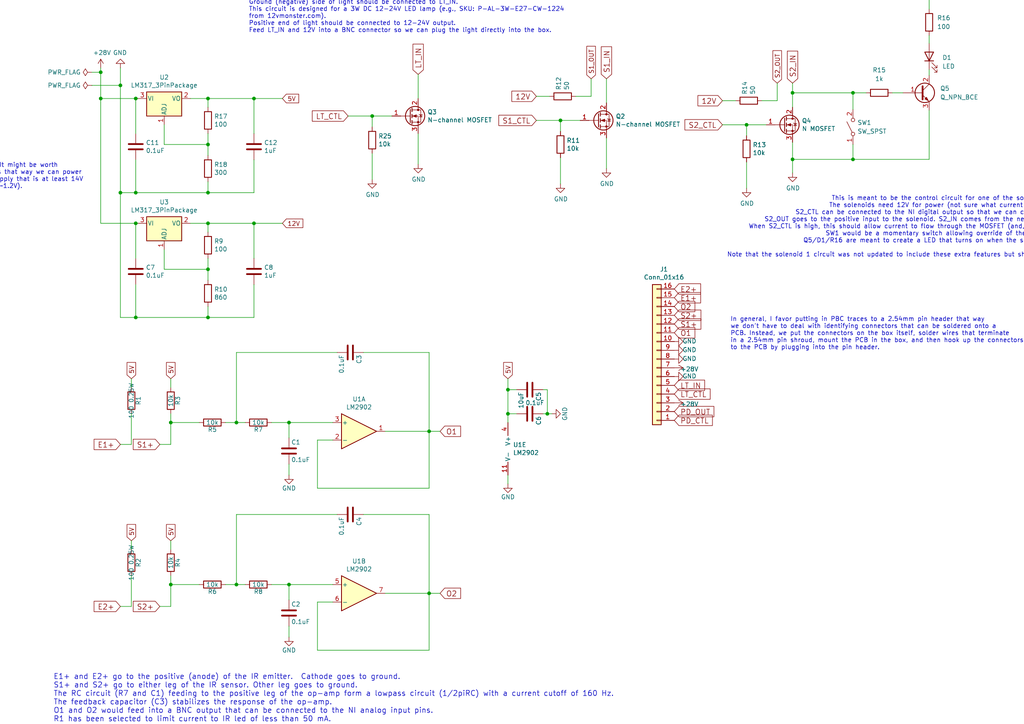
<source format=kicad_sch>
(kicad_sch (version 20231120) (generator "eeschema") (generator_version "8.0")
  (paper "A4")
  (lib_symbols
    (symbol "Amplifier_Operational:LM2902" (pin_names (offset 0.127))
      (property "Reference" "U" (at 0 5.08 0))
      (property "Value" "LM2902" (at 0 -5.08 0))
      (symbol "LM2902_1_1"
        (polyline (pts (xy -5.08 5.08) (xy 5.08 0) (xy -5.08 -5.08) (xy -5.08 5.08)) (stroke (width 0.254)) (fill (type background)))
        (pin output line (at 7.62 0 180) (length 2.54) (name "~") (number "1"))
        (pin input line (at -7.62 -2.54 0) (length 2.54) (name "-") (number "2"))
        (pin input line (at -7.62 2.54 0) (length 2.54) (name "+") (number "3"))
      )
      (symbol "LM2902_2_1"
        (polyline (pts (xy -5.08 5.08) (xy 5.08 0) (xy -5.08 -5.08) (xy -5.08 5.08)) (stroke (width 0.254)) (fill (type background)))
        (pin input line (at -7.62 2.54 0) (length 2.54) (name "+") (number "5"))
        (pin input line (at -7.62 -2.54 0) (length 2.54) (name "-") (number "6"))
        (pin output line (at 7.62 0 180) (length 2.54) (name "~") (number "7"))
      )
      (symbol "LM2902_3_1"
        (polyline (pts (xy -5.08 5.08) (xy 5.08 0) (xy -5.08 -5.08) (xy -5.08 5.08)) (stroke (width 0.254)) (fill (type background)))
        (pin input line (at -7.62 2.54 0) (length 2.54) (name "+") (number "10"))
        (pin output line (at 7.62 0 180) (length 2.54) (name "~") (number "8"))
        (pin input line (at -7.62 -2.54 0) (length 2.54) (name "-") (number "9"))
      )
      (symbol "LM2902_4_1"
        (polyline (pts (xy -5.08 5.08) (xy 5.08 0) (xy -5.08 -5.08) (xy -5.08 5.08)) (stroke (width 0.254)) (fill (type background)))
        (pin input line (at -7.62 2.54 0) (length 2.54) (name "+") (number "12"))
        (pin input line (at -7.62 -2.54 0) (length 2.54) (name "-") (number "13"))
        (pin output line (at 7.62 0 180) (length 2.54) (name "~") (number "14"))
      )
      (symbol "LM2902_5_1"
        (pin power_in line (at -2.54 -7.62 90) (length 3.81) (name "V-") (number "11"))
        (pin power_in line (at -2.54 7.62 270) (length 3.81) (name "V+") (number "4"))
      )
    )
    (symbol "Connector_Generic:Conn_01x01" (pin_names (offset 1.016) hide)
      (property "Reference" "J" (at 0 2.54 0))
      (property "Value" "Conn_01x01" (at 0 -2.54 0))
      (symbol "Conn_01x01_1_1"
        (rectangle (start -1.27 0.127) (end 0 -0.127) (stroke (width 0.1524)))
        (rectangle (start -1.27 1.27) (end 1.27 -1.27) (stroke (width 0.254)) (fill (type background)))
        (pin passive line (at -5.08 0 0) (length 3.81) (name "Pin_1") (number "1"))
      )
    )
    (symbol "Connector_Generic:Conn_01x16" (pin_names (offset 1.016) hide)
      (property "Reference" "J" (at 0 20.32 0))
      (property "Value" "Conn_01x16" (at 0 -22.86 0))
      (symbol "Conn_01x16_1_1"
        (rectangle (start -1.27 -20.193) (end 0 -20.447) (stroke (width 0.1524)))
        (rectangle (start -1.27 -17.653) (end 0 -17.907) (stroke (width 0.1524)))
        (rectangle (start -1.27 -15.113) (end 0 -15.367) (stroke (width 0.1524)))
        (rectangle (start -1.27 -12.573) (end 0 -12.827) (stroke (width 0.1524)))
        (rectangle (start -1.27 -10.033) (end 0 -10.287) (stroke (width 0.1524)))
        (rectangle (start -1.27 -7.493) (end 0 -7.747) (stroke (width 0.1524)))
        (rectangle (start -1.27 -4.953) (end 0 -5.207) (stroke (width 0.1524)))
        (rectangle (start -1.27 -2.413) (end 0 -2.667) (stroke (width 0.1524)))
        (rectangle (start -1.27 0.127) (end 0 -0.127) (stroke (width 0.1524)))
        (rectangle (start -1.27 2.667) (end 0 2.413) (stroke (width 0.1524)))
        (rectangle (start -1.27 5.207) (end 0 4.953) (stroke (width 0.1524)))
        (rectangle (start -1.27 7.747) (end 0 7.493) (stroke (width 0.1524)))
        (rectangle (start -1.27 10.287) (end 0 10.033) (stroke (width 0.1524)))
        (rectangle (start -1.27 12.827) (end 0 12.573) (stroke (width 0.1524)))
        (rectangle (start -1.27 15.367) (end 0 15.113) (stroke (width 0.1524)))
        (rectangle (start -1.27 17.907) (end 0 17.653) (stroke (width 0.1524)))
        (rectangle (start -1.27 19.05) (end 1.27 -21.59) (stroke (width 0.254)) (fill (type background)))
        (pin passive line (at -5.08 17.78 0) (length 3.81) (name "Pin_1") (number "1"))
        (pin passive line (at -5.08 -5.08 0) (length 3.81) (name "Pin_10") (number "10"))
        (pin passive line (at -5.08 -7.62 0) (length 3.81) (name "Pin_11") (number "11"))
        (pin passive line (at -5.08 -10.16 0) (length 3.81) (name "Pin_12") (number "12"))
        (pin passive line (at -5.08 -12.7 0) (length 3.81) (name "Pin_13") (number "13"))
        (pin passive line (at -5.08 -15.24 0) (length 3.81) (name "Pin_14") (number "14"))
        (pin passive line (at -5.08 -17.78 0) (length 3.81) (name "Pin_15") (number "15"))
        (pin passive line (at -5.08 -20.32 0) (length 3.81) (name "Pin_16") (number "16"))
        (pin passive line (at -5.08 15.24 0) (length 3.81) (name "Pin_2") (number "2"))
        (pin passive line (at -5.08 12.7 0) (length 3.81) (name "Pin_3") (number "3"))
        (pin passive line (at -5.08 10.16 0) (length 3.81) (name "Pin_4") (number "4"))
        (pin passive line (at -5.08 7.62 0) (length 3.81) (name "Pin_5") (number "5"))
        (pin passive line (at -5.08 5.08 0) (length 3.81) (name "Pin_6") (number "6"))
        (pin passive line (at -5.08 2.54 0) (length 3.81) (name "Pin_7") (number "7"))
        (pin passive line (at -5.08 0 0) (length 3.81) (name "Pin_8") (number "8"))
        (pin passive line (at -5.08 -2.54 0) (length 3.81) (name "Pin_9") (number "9"))
      )
    )
    (symbol "Device:C" (pin_numbers hide) (pin_names (offset 0.254))
      (property "Reference" "C" (at 0.635 2.54 0))
      (property "Value" "C" (at 0.635 -2.54 0))
      (symbol "C_0_1"
        (polyline (pts (xy -2.032 -0.762) (xy 2.032 -0.762)) (stroke (width 0.508)))
        (polyline (pts (xy -2.032 0.762) (xy 2.032 0.762)) (stroke (width 0.508)))
      )
      (symbol "C_1_1"
        (pin passive line (at 0 3.81 270) (length 2.794) (name "~") (number "1"))
        (pin passive line (at 0 -3.81 90) (length 2.794) (name "~") (number "2"))
      )
    )
    (symbol "Device:LED" (pin_numbers hide) (pin_names (offset 1.016) hide)
      (property "Reference" "D" (at 0 2.54 0))
      (property "Value" "LED" (at 0 -2.54 0))
      (symbol "LED_0_1"
        (polyline (pts (xy -1.27 -1.27) (xy -1.27 1.27)) (stroke (width 0.254)))
        (polyline (pts (xy -1.27 0) (xy 1.27 0)))
        (polyline (pts (xy 1.27 -1.27) (xy 1.27 1.27) (xy -1.27 0) (xy 1.27 -1.27)) (stroke (width 0.254)))
        (polyline (pts (xy -3.048 -0.762) (xy -4.572 -2.286) (xy -3.81 -2.286) (xy -4.572 -2.286) (xy -4.572 -1.524)))
        (polyline (pts (xy -1.778 -0.762) (xy -3.302 -2.286) (xy -2.54 -2.286) (xy -3.302 -2.286) (xy -3.302 -1.524)))
      )
      (symbol "LED_1_1"
        (pin passive line (at -3.81 0 0) (length 2.54) (name "K") (number "1"))
        (pin passive line (at 3.81 0 180) (length 2.54) (name "A") (number "2"))
      )
    )
    (symbol "Device:Q_NPN_BCE" (pin_names (offset 0) hide)
      (property "Reference" "Q" (at 5.08 1.27 0))
      (property "Value" "Q_NPN_BCE" (at 5.08 -1.27 0))
      (symbol "Q_NPN_BCE_0_1"
        (polyline (pts (xy 0.635 0.635) (xy 2.54 2.54)))
        (polyline (pts (xy 0.635 -0.635) (xy 2.54 -2.54) (xy 2.54 -2.54)))
        (polyline (pts (xy 0.635 1.905) (xy 0.635 -1.905) (xy 0.635 -1.905)) (stroke (width 0.508)))
        (polyline (pts (xy 1.27 -1.778) (xy 1.778 -1.27) (xy 2.286 -2.286) (xy 1.27 -1.778) (xy 1.27 -1.778)) (fill (type outline)))
        (circle (center 1.27 0) (radius 2.8194) (stroke (width 0.254)))
      )
      (symbol "Q_NPN_BCE_1_1"
        (pin input line (at -5.08 0 0) (length 5.715) (name "B") (number "1"))
        (pin passive line (at 2.54 5.08 270) (length 2.54) (name "C") (number "2"))
        (pin passive line (at 2.54 -5.08 90) (length 2.54) (name "E") (number "3"))
      )
    )
    (symbol "Device:R" (pin_numbers hide) (pin_names (offset 0))
      (property "Reference" "R" (at 2.032 0 90))
      (property "Value" "R" (at 0 0 90))
      (symbol "R_0_1"
        (rectangle (start -1.016 -2.54) (end 1.016 2.54) (stroke (width 0.254)))
      )
      (symbol "R_1_1"
        (pin passive line (at 0 3.81 270) (length 1.27) (name "~") (number "1"))
        (pin passive line (at 0 -3.81 90) (length 1.27) (name "~") (number "2"))
      )
    )
    (symbol "Regulator_Linear:LM317_3PinPackage" (pin_names (offset 0.254))
      (property "Reference" "U" (at -3.81 3.175 0))
      (property "Value" "Regulator_Linear_LM317_3PinPackage" (at 0 3.175 0))
      (symbol "LM317_3PinPackage_0_1"
        (rectangle (start -5.08 1.905) (end 5.08 -5.08) (stroke (width 0.254)) (fill (type background)))
      )
      (symbol "LM317_3PinPackage_1_1"
        (pin input line (at 0 -7.62 90) (length 2.54) (name "ADJ") (number "1"))
        (pin power_out line (at 7.62 0 180) (length 2.54) (name "VO") (number "2"))
        (pin power_in line (at -7.62 0 0) (length 2.54) (name "VI") (number "3"))
      )
    )
    (symbol "Switch:SW_SPST" (pin_names (offset 0) hide)
      (property "Reference" "SW" (at 0 3.175 0))
      (property "Value" "SW_SPST" (at 0 -2.54 0))
      (symbol "SW_SPST_0_0"
        (circle (center -2.032 0) (radius 0.508))
        (polyline (pts (xy -1.524 0.254) (xy 1.524 1.778)))
        (circle (center 2.032 0) (radius 0.508))
      )
      (symbol "SW_SPST_1_1"
        (pin passive line (at -5.08 0 0) (length 2.54) (name "A") (number "1"))
        (pin passive line (at 5.08 0 180) (length 2.54) (name "B") (number "2"))
      )
    )
    (symbol "Transistor_FET:BUZ11" (pin_names hide)
      (property "Reference" "Q" (at 6.35 1.905 0))
      (property "Value" "BUZ11" (at 6.35 0 0))
      (symbol "BUZ11_0_1"
        (polyline (pts (xy 0.254 0) (xy -2.54 0)))
        (polyline (pts (xy 0.254 1.905) (xy 0.254 -1.905)) (stroke (width 0.254)))
        (polyline (pts (xy 0.762 -1.27) (xy 0.762 -2.286)) (stroke (width 0.254)))
        (polyline (pts (xy 0.762 0.508) (xy 0.762 -0.508)) (stroke (width 0.254)))
        (polyline (pts (xy 0.762 2.286) (xy 0.762 1.27)) (stroke (width 0.254)))
        (polyline (pts (xy 2.54 2.54) (xy 2.54 1.778)))
        (polyline (pts (xy 2.54 -2.54) (xy 2.54 0) (xy 0.762 0)))
        (polyline (pts (xy 0.762 -1.778) (xy 3.302 -1.778) (xy 3.302 1.778) (xy 0.762 1.778)))
        (polyline (pts (xy 1.016 0) (xy 2.032 0.381) (xy 2.032 -0.381) (xy 1.016 0)) (fill (type outline)))
        (polyline (pts (xy 2.794 0.508) (xy 2.921 0.381) (xy 3.683 0.381) (xy 3.81 0.254)))
        (polyline (pts (xy 3.302 0.381) (xy 2.921 -0.254) (xy 3.683 -0.254) (xy 3.302 0.381)))
        (circle (center 1.651 0) (radius 2.794) (stroke (width 0.254)))
        (circle (center 2.54 -1.778) (radius 0.254) (fill (type outline)))
        (circle (center 2.54 1.778) (radius 0.254) (fill (type outline)))
      )
      (symbol "BUZ11_1_1"
        (pin input line (at -5.08 0 0) (length 2.54) (name "G") (number "1"))
        (pin passive line (at 2.54 5.08 270) (length 2.54) (name "D") (number "2"))
        (pin passive line (at 2.54 -5.08 90) (length 2.54) (name "S") (number "3"))
      )
    )
    (symbol "power:+28V" (power) (pin_names (offset 0))
      (property "Value" "+28V" (at 0 3.81 0))
      (symbol "+28V_0_1"
        (polyline (pts (xy -0.762 1.27) (xy 0 2.54)))
        (polyline (pts (xy 0 0) (xy 0 2.54)))
        (polyline (pts (xy 0 2.54) (xy 0.762 1.27)))
      )
      (symbol "+28V_1_1"
        (pin power_in line (at 0 0 90) (length 0) hide (name "+28V") (number "1"))
      )
    )
    (symbol "power:GND" (power) (pin_names (offset 0))
      (property "Value" "GND" (at 0 -3.81 0))
      (symbol "GND_0_1"
        (polyline (pts (xy 0 0) (xy 0 -1.27) (xy 1.27 -1.27) (xy 0 -2.54) (xy -1.27 -1.27) (xy 0 -1.27)))
      )
      (symbol "GND_1_1"
        (pin power_in line (at 0 0 270) (length 0) hide (name "GND") (number "1"))
      )
    )
    (symbol "power:PWR_FLAG" (power) (pin_numbers hide) (pin_names (offset 0) hide)
      (property "Value" "PWR_FLAG" (at 0 3.81 0))
      (symbol "PWR_FLAG_0_0"
        (pin power_out line (at 0 0 90) (length 0) (name "pwr") (number "1"))
      )
      (symbol "PWR_FLAG_0_1"
        (polyline (pts (xy 0 0) (xy 0 1.27) (xy -1.016 1.905) (xy 0 2.54) (xy 1.016 1.905) (xy 0 1.27)))
      )
    )
  )
  (junction (at 60.325 28.575))
  (junction (at 124.46 172.085))
  (junction (at 247.396 26.924))
  (junction (at 229.87 26.924))
  (junction (at 39.37 55.88))
  (junction (at 68.58 169.545))
  (junction (at 107.95 33.655))
  (junction (at 39.37 64.77))
  (junction (at 216.535 36.195))
  (junction (at 124.46 125.095))
  (junction (at 147.32 120.015))
  (junction (at 29.21 28.575))
  (junction (at 83.82 169.545))
  (junction (at 34.925 24.765))
  (junction (at 34.925 55.88))
  (junction (at 229.87 46.228))
  (junction (at 29.21 20.955))
  (junction (at 60.325 41.91))
  (junction (at 39.37 92.075))
  (junction (at 60.325 78.105))
  (junction (at 162.56 34.925))
  (junction (at 73.66 64.77))
  (junction (at 147.32 113.03))
  (junction (at 49.53 122.555))
  (junction (at 158.75 120.015))
  (junction (at 60.325 64.77))
  (junction (at 68.58 122.555))
  (junction (at 49.53 169.545))
  (junction (at 60.325 55.88))
  (junction (at 60.325 92.075))
  (junction (at 73.66 28.575))
  (junction (at 39.37 28.575))
  (junction (at 247.396 46.228))
  (junction (at 83.82 122.555))
  (no_connect (at 186.817 -46.736))
  (no_connect (at 186.817 -39.116))
  (no_connect (at 186.817 -50.546))
  (no_connect (at 186.817 -42.926))
  (wire (pts (xy 38.1 175.895) (xy 34.925 175.895)))
  (wire (pts (xy 60.325 88.9) (xy 60.325 92.075)))
  (wire (pts (xy 229.87 26.924) (xy 247.396 26.924)))
  (wire (pts (xy 121.285 38.735) (xy 121.285 47.625)))
  (wire (pts (xy 60.325 55.88) (xy 73.66 55.88)))
  (wire (pts (xy 229.87 46.228) (xy 247.396 46.228)))
  (wire (pts (xy 124.46 102.235) (xy 124.46 125.095)))
  (wire (pts (xy 34.925 19.685) (xy 34.925 24.765)))
  (wire (pts (xy 124.46 172.085) (xy 124.46 188.595)))
  (wire (pts (xy 111.76 125.095) (xy 124.46 125.095)))
  (wire (pts (xy 38.1 128.905) (xy 34.925 128.905)))
  (wire (pts (xy 60.325 38.735) (xy 60.325 41.91)))
  (wire (pts (xy 71.12 169.545) (xy 68.58 169.545)))
  (wire (pts (xy 39.37 92.075) (xy 34.925 92.075)))
  (wire (pts (xy 73.66 55.88) (xy 73.66 46.355)))
  (wire (pts (xy 78.74 169.545) (xy 83.82 169.545)))
  (wire (pts (xy 251.206 26.924) (xy 247.396 26.924)))
  (wire (pts (xy 216.535 46.99) (xy 216.535 54.61)))
  (wire (pts (xy 247.396 46.228) (xy 269.494 46.228)))
  (wire (pts (xy 65.405 122.555) (xy 68.58 122.555)))
  (wire (pts (xy 92.075 188.595) (xy 124.46 188.595)))
  (wire (pts (xy 40.005 64.77) (xy 39.37 64.77)))
  (wire (pts (xy 29.21 28.575) (xy 29.21 64.77)))
  (wire (pts (xy 113.665 33.655) (xy 107.95 33.655)))
  (wire (pts (xy 92.075 174.625) (xy 92.075 188.595)))
  (wire (pts (xy 47.625 41.91) (xy 60.325 41.91)))
  (wire (pts (xy 39.37 46.355) (xy 39.37 55.88)))
  (wire (pts (xy 60.325 92.075) (xy 39.37 92.075)))
  (wire (pts (xy 55.245 64.77) (xy 60.325 64.77)))
  (wire (pts (xy 147.32 137.795) (xy 147.32 140.335)))
  (wire (pts (xy 60.325 78.105) (xy 60.325 81.28)))
  (wire (pts (xy 121.285 28.575) (xy 121.285 21.59)))
  (wire (pts (xy 175.895 40.005) (xy 175.895 48.895)))
  (wire (pts (xy 269.494 -0.762) (xy 269.494 2.667)))
  (wire (pts (xy 258.826 26.924) (xy 261.874 26.924)))
  (wire (pts (xy 124.46 149.225) (xy 124.46 172.085)))
  (wire (pts (xy 83.82 122.555) (xy 96.52 122.555)))
  (wire (pts (xy 60.325 64.77) (xy 73.66 64.77)))
  (wire (pts (xy 40.005 28.575) (xy 39.37 28.575)))
  (wire (pts (xy 107.95 44.45) (xy 107.95 52.07)))
  (wire (pts (xy 175.895 29.845) (xy 175.895 22.86)))
  (wire (pts (xy 55.245 28.575) (xy 60.325 28.575)))
  (wire (pts (xy 73.66 74.93) (xy 73.66 64.77)))
  (wire (pts (xy 147.32 120.015) (xy 147.32 122.555)))
  (wire (pts (xy 49.53 175.895) (xy 46.355 175.895)))
  (wire (pts (xy 49.53 128.905) (xy 46.355 128.905)))
  (wire (pts (xy 60.325 28.575) (xy 60.325 31.115)))
  (wire (pts (xy 60.325 64.77) (xy 60.325 67.31)))
  (wire (pts (xy 57.785 169.545) (xy 49.53 169.545)))
  (wire (pts (xy 222.25 36.195) (xy 216.535 36.195)))
  (wire (pts (xy 124.46 125.095) (xy 124.46 141.605)))
  (wire (pts (xy 225.425 24.13) (xy 225.425 29.21)))
  (wire (pts (xy 157.48 113.03) (xy 158.75 113.03)))
  (wire (pts (xy 229.87 26.924) (xy 229.87 24.13)))
  (wire (pts (xy 38.1 175.895) (xy 38.1 167.005)))
  (wire (pts (xy 247.396 46.228) (xy 247.396 41.91)))
  (wire (pts (xy 39.37 64.77) (xy 29.21 64.77)))
  (wire (pts (xy 162.56 34.925) (xy 155.575 34.925)))
  (wire (pts (xy 158.75 120.015) (xy 160.02 120.015)))
  (wire (pts (xy 60.325 52.705) (xy 60.325 55.88)))
  (wire (pts (xy 38.1 159.385) (xy 38.1 156.845)))
  (wire (pts (xy 38.1 112.395) (xy 38.1 109.855)))
  (wire (pts (xy 171.45 22.86) (xy 171.45 27.94)))
  (wire (pts (xy 124.46 149.225) (xy 105.41 149.225)))
  (wire (pts (xy 73.66 92.075) (xy 73.66 82.55)))
  (wire (pts (xy 229.87 41.275) (xy 229.87 46.228)))
  (wire (pts (xy 209.55 29.21) (xy 213.36 29.21)))
  (wire (pts (xy 49.53 169.545) (xy 49.53 175.895)))
  (wire (pts (xy 39.37 38.735) (xy 39.37 28.575)))
  (wire (pts (xy 83.82 169.545) (xy 96.52 169.545)))
  (wire (pts (xy 29.21 20.955) (xy 29.21 28.575)))
  (wire (pts (xy 60.325 74.93) (xy 60.325 78.105)))
  (wire (pts (xy 229.87 46.228) (xy 229.87 50.165)))
  (wire (pts (xy 68.58 122.555) (xy 68.58 102.235)))
  (wire (pts (xy 47.625 78.105) (xy 60.325 78.105)))
  (wire (pts (xy 65.405 169.545) (xy 68.58 169.545)))
  (wire (pts (xy 60.325 92.075) (xy 73.66 92.075)))
  (wire (pts (xy 68.58 122.555) (xy 71.12 122.555)))
  (wire (pts (xy 60.325 41.91) (xy 60.325 45.085)))
  (wire (pts (xy 39.37 28.575) (xy 29.21 28.575)))
  (wire (pts (xy 49.53 120.015) (xy 49.53 122.555)))
  (wire (pts (xy 34.925 24.765) (xy 34.925 55.88)))
  (wire (pts (xy 26.67 20.955) (xy 29.21 20.955)))
  (wire (pts (xy 155.575 27.94) (xy 159.385 27.94)))
  (wire (pts (xy 92.075 141.605) (xy 124.46 141.605)))
  (wire (pts (xy 162.56 34.925) (xy 162.56 38.1)))
  (wire (pts (xy 124.46 172.085) (xy 127.635 172.085)))
  (wire (pts (xy 157.48 120.015) (xy 158.75 120.015)))
  (wire (pts (xy 38.1 128.905) (xy 38.1 120.015)))
  (wire (pts (xy 39.37 55.88) (xy 34.925 55.88)))
  (wire (pts (xy 60.325 55.88) (xy 39.37 55.88)))
  (wire (pts (xy 158.75 113.03) (xy 158.75 120.015)))
  (wire (pts (xy 216.535 36.195) (xy 209.55 36.195)))
  (wire (pts (xy 216.535 36.195) (xy 216.535 39.37)))
  (wire (pts (xy 124.46 125.095) (xy 127.635 125.095)))
  (wire (pts (xy 83.82 181.61) (xy 83.82 184.785)))
  (wire (pts (xy 124.46 102.235) (xy 105.41 102.235)))
  (wire (pts (xy 269.494 32.004) (xy 269.494 46.228)))
  (wire (pts (xy 39.37 82.55) (xy 39.37 92.075)))
  (wire (pts (xy 111.76 172.085) (xy 124.46 172.085)))
  (wire (pts (xy 168.275 34.925) (xy 162.56 34.925)))
  (wire (pts (xy 49.53 159.385) (xy 49.53 156.845)))
  (wire (pts (xy 26.67 24.765) (xy 34.925 24.765)))
  (wire (pts (xy 73.66 64.77) (xy 81.915 64.77)))
  (wire (pts (xy 73.66 28.575) (xy 81.915 28.575)))
  (wire (pts (xy 83.82 173.99) (xy 83.82 169.545)))
  (wire (pts (xy 96.52 174.625) (xy 92.075 174.625)))
  (wire (pts (xy 149.86 120.015) (xy 147.32 120.015)))
  (wire (pts (xy 247.396 26.924) (xy 247.396 26.797)))
  (wire (pts (xy 147.32 113.03) (xy 147.32 120.015)))
  (wire (pts (xy 269.494 10.287) (xy 269.494 12.573)))
  (wire (pts (xy 47.625 36.195) (xy 47.625 41.91)))
  (wire (pts (xy 73.66 38.735) (xy 73.66 28.575)))
  (wire (pts (xy 107.95 33.655) (xy 107.95 36.83)))
  (wire (pts (xy 96.52 127.635) (xy 92.075 127.635)))
  (wire (pts (xy 83.82 134.62) (xy 83.82 137.795)))
  (wire (pts (xy 162.56 45.72) (xy 162.56 53.34)))
  (wire (pts (xy 39.37 74.93) (xy 39.37 64.77)))
  (wire (pts (xy 220.98 29.21) (xy 225.425 29.21)))
  (wire (pts (xy 149.86 113.03) (xy 147.32 113.03)))
  (wire (pts (xy 47.625 72.39) (xy 47.625 78.105)))
  (wire (pts (xy 49.53 167.005) (xy 49.53 169.545)))
  (wire (pts (xy 49.53 112.395) (xy 49.53 109.855)))
  (wire (pts (xy 60.325 28.575) (xy 73.66 28.575)))
  (wire (pts (xy 68.58 169.545) (xy 68.58 149.225)))
  (wire (pts (xy 57.785 122.555) (xy 49.53 122.555)))
  (wire (pts (xy 34.925 55.88) (xy 34.925 92.075)))
  (wire (pts (xy 68.58 102.235) (xy 97.79 102.235)))
  (wire (pts (xy 92.075 127.635) (xy 92.075 141.605)))
  (wire (pts (xy 229.87 31.115) (xy 229.87 26.924)))
  (wire (pts (xy 68.58 149.225) (xy 97.79 149.225)))
  (wire (pts (xy 49.53 122.555) (xy 49.53 128.905)))
  (wire (pts (xy 107.95 33.655) (xy 100.965 33.655)))
  (wire (pts (xy 167.005 27.94) (xy 171.45 27.94)))
  (wire (pts (xy 147.32 109.855) (xy 147.32 113.03)))
  (wire (pts (xy 29.21 19.685) (xy 29.21 20.955)))
  (wire (pts (xy 78.74 122.555) (xy 83.82 122.555)))
  (wire (pts (xy 247.396 26.924) (xy 247.396 31.75)))
  (wire (pts (xy 83.82 127) (xy 83.82 122.555)))
  (wire (pts (xy 269.494 20.193) (xy 269.494 21.844)))
  (text "Voltage regulator circuit. It might be worth\nkeeping both the 5 and 12V rails that way we can power\nthe circuit from any DC power supply that is at least 14V\n(min dropout is ~1.2V). " (at -4.318 51.054 0) (effects (font (size 1.27 1.27))))
  (text "Ground (negative) side of light should be connected to LT_IN. \nThis circuit is designed for a 3W DC 12-24V LED lamp (e.g., SKU: P-AL-3W-E27-CW-1224 \nfrom 12vmonster.com).\nPositive end of light should be connected to 12-24V output.\nFeed LT_IN and 12V into a BNC connector so we can plug the light directly into the box.\n\n\n" (at 72.136 13.716 0) (effects (font (size 1.27 1.27)) (justify left bottom)))
  (text "In general, I favor putting in PBC traces to a 2.54mm pin header that way\nwe don't have to deal with identifying connectors that can be soldered onto a\nPCB. Instead, we put the connectors on the box itself, solder wires that terminate\nin a 2.54mm pin shroud, mount the PCB in the box, and then hook up the connectors\nto the PCB by plugging into the pin header." (at 211.836 96.774 0) (effects (font (size 1.27 1.27)) (justify left)))
  (text "This is meant to be the control circuit for one of the solenoids. \nThe solenoids need 12V for power (not sure what current draw is).\nS2_CTL can be connected to the NI digital output so that we can control via software.\nS2_OUT goes to the positive input to the solenoid. S2_IN comes from the negative input of the solenoid.\nWhen S2_CTL is high, this should allow current to flow through the MOSFET (and, by proxy, through the solenoid).\nSW1 would be a momentary switch allowing override of the solenoid.\nQ5/D1/R16 are meant to create a LED that turns on when the solenoid is active.\n\nNote that the solenoid 1 circuit was not updated to include these extra features but should be once we figure out the design.\n" (at 273.304 65.786 0) (effects (font (size 1.27 1.27))))
  (text "E1+ and E2+ go to the positive (anode) of the IR emitter.  Cathode goes to ground.\nS1+ and S2+ go to either leg of the IR sensor. Other leg goes to ground.\nThe RC circuit (R7 and C1) feeding to the positive leg of the op-amp form a lowpass circuit (1/2piRC) with a current cutoff of 160 Hz.\nThe feedback capacitor (C3) stabilizes the response of the op-amp.\nO1 and O2 would feed into a BNC output that can be connected to the NI analog input pins.\nR1 has been selected to limit current to IR led of less than 50 mA.\n" (at 15.494 209.55 0) (effects (font (size 1.524 1.524)) (justify left bottom)))
  (global_label "O1" (shape input) (at 195.58 96.52 0) (effects (font (size 1.524 1.524))) (property "Intersheetrefs" "${INTERSHEET_REFS}" (effects (hide yes))))
  (global_label "PD_OUT" (shape input) (at 195.58 119.38 0) (effects (font (size 1.524 1.524))) (property "Intersheetrefs" "${INTERSHEET_REFS}" (effects (hide yes))))
  (global_label "5V" (shape input) (at 38.1 156.845 90) (property "Intersheetrefs" "${INTERSHEET_REFS}" (effects (hide yes))))
  (global_label "E1+" (shape input) (at 34.925 128.905 180) (effects (font (size 1.524 1.524))) (property "Intersheetrefs" "${INTERSHEET_REFS}" (effects (hide yes))))
  (global_label "PD_CTL" (shape input) (at 195.58 121.92 0) (effects (font (size 1.524 1.524))) (property "Intersheetrefs" "${INTERSHEET_REFS}" (effects (hide yes))))
  (global_label "LT_IN" (shape input) (at 195.58 111.76 0) (effects (font (size 1.524 1.524))) (property "Intersheetrefs" "${INTERSHEET_REFS}" (effects (hide yes))))
  (global_label "S1+" (shape input) (at 195.58 93.98 0) (effects (font (size 1.524 1.524))) (property "Intersheetrefs" "${INTERSHEET_REFS}" (effects (hide yes))))
  (global_label "E2+" (shape input) (at 195.58 83.82 0) (effects (font (size 1.524 1.524))) (property "Intersheetrefs" "${INTERSHEET_REFS}" (effects (hide yes))))
  (global_label "12V" (shape input) (at 81.915 64.77 0) (property "Intersheetrefs" "${INTERSHEET_REFS}" (effects (hide yes))))
  (global_label "E2+" (shape input) (at 34.925 175.895 180) (effects (font (size 1.524 1.524))) (property "Intersheetrefs" "${INTERSHEET_REFS}" (effects (hide yes))))
  (global_label "S2_IN" (shape input) (at 229.87 24.13 90) (effects (font (size 1.524 1.524))) (property "Intersheetrefs" "${INTERSHEET_REFS}" (effects (hide yes))))
  (global_label "O2" (shape input) (at 127.635 172.085 0) (effects (font (size 1.524 1.524))) (property "Intersheetrefs" "${INTERSHEET_REFS}" (effects (hide yes))))
  (global_label "E1+" (shape input) (at 195.58 86.36 0) (effects (font (size 1.524 1.524))) (property "Intersheetrefs" "${INTERSHEET_REFS}" (effects (hide yes))))
  (global_label "S1_OUT" (shape input) (at 171.45 22.86 90) (property "Intersheetrefs" "${INTERSHEET_REFS}" (effects (hide yes))))
  (global_label "S1_CTL" (shape input) (at 155.575 34.925 180) (effects (font (size 1.524 1.524))) (property "Intersheetrefs" "${INTERSHEET_REFS}" (effects (hide yes))))
  (global_label "5V" (shape input) (at 81.915 28.575 0) (property "Intersheetrefs" "${INTERSHEET_REFS}" (effects (hide yes))))
  (global_label "LT_CTL" (shape input) (at 100.965 33.655 180) (effects (font (size 1.524 1.524))) (property "Intersheetrefs" "${INTERSHEET_REFS}" (effects (hide yes))))
  (global_label "5V" (shape input) (at 49.53 156.845 90) (property "Intersheetrefs" "${INTERSHEET_REFS}" (effects (hide yes))))
  (global_label "S2+" (shape input) (at 46.355 175.895 180) (effects (font (size 1.524 1.524))) (property "Intersheetrefs" "${INTERSHEET_REFS}" (effects (hide yes))))
  (global_label "LT_IN" (shape input) (at 121.285 21.59 90) (effects (font (size 1.524 1.524))) (property "Intersheetrefs" "${INTERSHEET_REFS}" (effects (hide yes))))
  (global_label "S2_CTL" (shape input) (at 209.55 36.195 180) (effects (font (size 1.524 1.524))) (property "Intersheetrefs" "${INTERSHEET_REFS}" (effects (hide yes))))
  (global_label "12V" (shape input) (at 209.55 29.21 180) (effects (font (size 1.524 1.524))) (property "Intersheetrefs" "${INTERSHEET_REFS}" (effects (hide yes))))
  (global_label "S2_OUT" (shape input) (at 225.425 24.13 90) (property "Intersheetrefs" "${INTERSHEET_REFS}" (effects (hide yes))))
  (global_label "LT_CTL" (shape input) (at 195.58 114.3 0) (effects (font (size 1.524 1.524))) (property "Intersheetrefs" "${INTERSHEET_REFS}" (effects (hide yes))))
  (global_label "S1+" (shape input) (at 46.355 128.905 180) (effects (font (size 1.524 1.524))) (property "Intersheetrefs" "${INTERSHEET_REFS}" (effects (hide yes))))
  (global_label "S1_IN" (shape input) (at 175.895 22.86 90) (effects (font (size 1.524 1.524))) (property "Intersheetrefs" "${INTERSHEET_REFS}" (effects (hide yes))))
  (global_label "12V" (shape input) (at 155.575 27.94 180) (effects (font (size 1.524 1.524))) (property "Intersheetrefs" "${INTERSHEET_REFS}" (effects (hide yes))))
  (global_label "5V" (shape input) (at 49.53 109.855 90) (property "Intersheetrefs" "${INTERSHEET_REFS}" (effects (hide yes))))
  (global_label "5V" (shape input) (at 147.32 109.855 90) (property "Intersheetrefs" "${INTERSHEET_REFS}" (effects (hide yes))))
  (global_label "5V" (shape input) (at 269.494 -0.762 90) (property "Intersheetrefs" "${INTERSHEET_REFS}" (effects (hide yes))))
  (global_label "S2+" (shape input) (at 195.58 91.44 0) (effects (font (size 1.524 1.524))) (property "Intersheetrefs" "${INTERSHEET_REFS}" (effects (hide yes))))
  (global_label "O2" (shape input) (at 195.58 88.9 0) (effects (font (size 1.524 1.524))) (property "Intersheetrefs" "${INTERSHEET_REFS}" (effects (hide yes))))
  (global_label "5V" (shape input) (at 38.1 109.855 90) (property "Intersheetrefs" "${INTERSHEET_REFS}" (effects (hide yes))))
  (global_label "O1" (shape input) (at 127.635 125.095 0) (effects (font (size 1.524 1.524))) (property "Intersheetrefs" "${INTERSHEET_REFS}" (effects (hide yes))))
  (symbol (lib_id "Device:C") (at 73.66 42.545 0) (unit 1)
    (property "Reference" "C12" (at 76.581 41.3766 0) (effects (justify left)))
    (property "Value" "1uF" (at 76.581 43.688 0) (effects (justify left)))
    (property "Footprint" "Capacitor_SMD:C_0603_1608Metric" (effects (hide yes)))
    (property "MPN" "MF-CAP-0603-1uF" (effects (hide yes)))
    (property "POPULATE" "1" (effects (hide yes)))
  )
  (symbol (lib_id "Device:C") (at 39.37 42.545 0) (unit 1)
    (property "Reference" "C11" (at 42.291 41.3766 0) (effects (justify left)))
    (property "Value" "0.1uF" (at 42.291 43.688 0) (effects (justify left)))
    (property "Footprint" "Capacitor_SMD:C_0805_2012Metric" (effects (hide yes)))
    (property "MPN" "MF-CAP-0805-0.1uF" (effects (hide yes)))
    (property "POPULATE" "1" (effects (hide yes)))
  )
  (symbol (lib_id "Regulator_Linear:LM317_3PinPackage") (at 47.625 28.575 0) (unit 1)
    (property "Reference" "U2" (at 47.625 22.4282 0))
    (property "Value" "LM317_3PinPackage" (at 47.625 24.7396 0))
    (property "Footprint" "Package_TO_SOT_SMD:SOT-223" (effects (hide yes)))
    (property "Datasheet" "https://datasheet.lcsc.com/lcsc/1810271112_UTC-Unisonic-Tech-LM317AG-TN3-R_C75510.pdf" (effects (hide yes)))
    (property "POPULATE" "1" (effects (hide yes)))
    (property "LCSC" "C75510" (effects (hide yes)))
    (property "MPN" "LM317AG-TN3-R" (effects (hide yes)))
  )
  (symbol (lib_id "power:GND") (at 195.58 101.6 90) (unit 1)
    (property "Reference" "#PWR0110" (effects (hide yes)))
    (property "Value" "GND" (at 199.9742 101.473 90))
  )
  (symbol (lib_id "power:GND") (at 195.58 99.06 90) (unit 1)
    (property "Reference" "#PWR0111" (effects (hide yes)))
    (property "Value" "GND" (at 199.9742 98.933 90))
  )
  (symbol (lib_id "power:GND") (at 34.925 19.685 180) (unit 1)
    (property "Reference" "#PWR0123" (effects (hide yes)))
    (property "Value" "GND" (at 34.798 15.2908 0))
  )
  (symbol (lib_id "power:+28V") (at 29.21 19.685 0) (unit 1)
    (property "Reference" "#PWR01" (effects (hide yes)))
    (property "Value" "+28V" (at 29.591 15.2908 0))
  )
  (symbol (lib_id "power:PWR_FLAG") (at 26.67 20.955 90) (unit 1)
    (property "Reference" "#FLG0101" (effects (hide yes)))
    (property "Value" "PWR_FLAG" (at 23.4442 20.955 90) (effects (justify left)))
  )
  (symbol (lib_id "power:PWR_FLAG") (at 26.67 24.765 90) (unit 1)
    (property "Reference" "#FLG0102" (effects (hide yes)))
    (property "Value" "PWR_FLAG" (at 23.4442 24.765 90) (effects (justify left)))
  )
  (symbol (lib_id "Device:R") (at 60.325 34.925 0) (unit 1)
    (property "Reference" "R17" (at 62.103 33.7566 0) (effects (justify left)))
    (property "Value" "100" (at 62.103 36.068 0) (effects (justify left)))
    (property "Footprint" "Resistor_SMD:R_0805_2012Metric" (effects (hide yes)))
    (property "MPN" " MF-RES-0805-100" (effects (hide yes)))
    (property "POPULATE" "1" (effects (hide yes)))
  )
  (symbol (lib_id "Device:R") (at 60.325 48.895 0) (unit 1)
    (property "Reference" "R18" (at 62.103 47.7266 0) (effects (justify left)))
    (property "Value" "300" (at 62.103 50.038 0) (effects (justify left)))
    (property "Footprint" "Resistor_SMD:R_0805_2012Metric" (effects (hide yes)))
    (property "MPN" "MF-RES-0805-220" (effects (hide yes)))
    (property "POPULATE" "1" (effects (hide yes)))
  )
  (symbol (lib_id "Transistor_FET:BUZ11") (at 118.745 33.655 0) (unit 1)
    (property "Reference" "Q3" (at 123.9774 32.4866 0) (effects (justify left)))
    (property "Value" "N-channel MOSFET" (at 123.9774 34.798 0) (effects (justify left)))
    (property "Footprint" "Package_TO_SOT_SMD:TO-252-2" (effects (hide yes)))
    (property "POPULATE" "1" (effects (hide yes)))
    (property "MPN" "NVD5C668NLT4G" (effects (hide yes)))
  )
  (symbol (lib_id "Device:R") (at 107.95 40.64 0) (unit 1)
    (property "Reference" "R25" (at 109.728 39.4716 0) (effects (justify left)))
    (property "Value" "10k" (at 109.728 41.783 0) (effects (justify left)))
    (property "Footprint" "Resistor_SMD:R_0402_1005Metric" (effects (hide yes)))
    (property "MPN" "MF-RES-0402-10k" (effects (hide yes)))
    (property "POPULATE" "1" (effects (hide yes)))
  )
  (symbol (lib_id "power:GND") (at 107.95 52.07 0) (unit 1)
    (property "Reference" "#PWR02" (effects (hide yes)))
    (property "Value" "GND" (at 108.077 56.4642 0))
  )
  (symbol (lib_id "power:+28V") (at 195.58 116.84 270) (unit 1)
    (property "Reference" "#PWR06" (effects (hide yes)))
    (property "Value" "+28V" (at 199.9742 117.221 90))
  )
  (symbol (lib_id "power:+28V") (at 195.58 106.68 270) (unit 1)
    (property "Reference" "#PWR07" (effects (hide yes)))
    (property "Value" "+28V" (at 199.9742 107.061 90))
  )
  (symbol (lib_id "power:GND") (at 195.58 104.14 90) (unit 1)
    (property "Reference" "#PWR05" (effects (hide yes)))
    (property "Value" "GND" (at 199.9742 104.013 90))
  )
  (symbol (lib_id "power:GND") (at 195.58 109.22 90) (unit 1)
    (property "Reference" "#PWR08" (effects (hide yes)))
    (property "Value" "GND" (at 199.9742 109.093 90))
  )
  (symbol (lib_id "Connector_Generic:Conn_01x16") (at 190.5 104.14 180) (unit 1)
    (property "Reference" "J1" (at 192.5828 78.105 0))
    (property "Value" "Conn_01x16" (at 192.5828 80.4164 0))
    (property "Footprint" "Connector_PinHeader_2.54mm:PinHeader_1x16_P2.54mm_Vertical" (effects (hide yes)))
  )
  (symbol (lib_id "Device:R") (at 49.53 116.205 0) (unit 1)
    (property "Reference" "R3" (at 51.562 116.205 90))
    (property "Value" "10k" (at 49.53 116.205 90))
    (property "Footprint" "Resistor_SMD:R_0402_1005Metric" (effects (hide yes)))
    (property "MPN" "MF-RES-0402-10k" (effects (hide yes)))
    (property "POPULATE" "1" (effects (hide yes)))
  )
  (symbol (lib_id "Device:R") (at 38.1 116.205 0) (unit 1)
    (property "Reference" "R1" (at 40.132 116.205 90))
    (property "Value" "100 0.25W" (at 38.1 116.205 90))
    (property "Footprint" "Resistor_SMD:R_1206_3216Metric" (effects (hide yes)))
    (property "MPN" "Panasonic ERJ-P08J101V" (effects (hide yes)))
    (property "POPULATE" "1" (effects (hide yes)))
  )
  (symbol (lib_id "Device:R") (at 61.595 122.555 270) (unit 1)
    (property "Reference" "R5" (at 61.595 124.587 90))
    (property "Value" "10k" (at 61.595 122.555 90))
    (property "Footprint" "Resistor_SMD:R_0402_1005Metric" (effects (hide yes)))
    (property "MPN" "MF-RES-0402-10k" (effects (hide yes)))
    (property "POPULATE" "1" (effects (hide yes)))
  )
  (symbol (lib_id "Device:R") (at 74.93 122.555 270) (unit 1)
    (property "Reference" "R7" (at 74.93 124.587 90))
    (property "Value" "10k" (at 74.93 122.555 90))
    (property "Footprint" "Resistor_SMD:R_0402_1005Metric" (effects (hide yes)))
    (property "MPN" "MF-RES-0402-10k" (effects (hide yes)))
    (property "POPULATE" "1" (effects (hide yes)))
  )
  (symbol (lib_id "Device:C") (at 83.82 130.81 0) (unit 1)
    (property "Reference" "C1" (at 84.455 128.27 0) (effects (justify left)))
    (property "Value" "0.1uF" (at 84.455 133.35 0) (effects (justify left)))
    (property "Footprint" "Capacitor_SMD:C_0603_1608Metric" (effects (hide yes)))
    (property "MPN" "MF-CAP-0603-0.1uF" (effects (hide yes)))
    (property "POPULATE" "1" (effects (hide yes)))
  )
  (symbol (lib_id "Device:C") (at 101.6 102.235 270) (unit 1)
    (property "Reference" "C3" (at 104.14 102.87 0) (effects (justify left)))
    (property "Value" "0.1uF" (at 99.06 102.87 0) (effects (justify left)))
    (property "Footprint" "Capacitor_SMD:C_0603_1608Metric" (effects (hide yes)))
    (property "MPN" "MF-CAP-0603-0.1uF" (effects (hide yes)))
    (property "POPULATE" "1" (effects (hide yes)))
  )
  (symbol (lib_id "power:GND") (at 147.32 140.335 0) (unit 1)
    (property "Reference" "#PWR0119" (effects (hide yes)))
    (property "Value" "GND" (at 147.32 144.145 0))
  )
  (symbol (lib_id "Device:C") (at 153.67 120.015 270) (unit 1)
    (property "Reference" "C6" (at 156.21 120.65 0) (effects (justify left)))
    (property "Value" "0.1uF" (at 152.4 116.84 90) (effects (justify left)))
    (property "Footprint" "Capacitor_SMD:C_0603_1608Metric" (effects (hide yes)))
    (property "MPN" "MF-CAP-0603-0.1uF" (effects (hide yes)))
    (property "POPULATE" "1" (effects (hide yes)))
  )
  (symbol (lib_id "power:GND") (at 160.02 120.015 90) (unit 1)
    (property "Reference" "#PWR0120" (effects (hide yes)))
    (property "Value" "GND" (at 163.83 120.015 0))
  )
  (symbol (lib_id "power:GND") (at 83.82 137.795 0) (unit 1)
    (property "Reference" "#PWR0122" (effects (hide yes)))
    (property "Value" "GND" (at 83.82 141.605 0))
  )
  (symbol (lib_id "Device:C") (at 153.67 113.03 270) (unit 1)
    (property "Reference" "C5" (at 156.21 113.665 0) (effects (justify left)))
    (property "Value" "10uF" (at 151.13 113.665 0) (effects (justify left)))
    (property "Footprint" "Capacitor_SMD:C_1206_3216Metric" (effects (hide yes)))
    (property "MPN" "MF-CAP-1206-10uF" (effects (hide yes)))
    (property "POPULATE" "1" (effects (hide yes)))
  )
  (symbol (lib_id "Device:R") (at 49.53 163.195 0) (unit 1)
    (property "Reference" "R4" (at 51.562 163.195 90))
    (property "Value" "10k" (at 49.53 163.195 90))
    (property "Footprint" "Resistor_SMD:R_0402_1005Metric" (effects (hide yes)))
    (property "MPN" "MF-RES-0402-10k" (effects (hide yes)))
    (property "POPULATE" "1" (effects (hide yes)))
  )
  (symbol (lib_id "Device:R") (at 38.1 163.195 0) (unit 1)
    (property "Reference" "R2" (at 40.132 163.195 90))
    (property "Value" "100 0.25W" (at 38.1 163.195 90))
    (property "Footprint" "Resistor_SMD:R_1206_3216Metric" (effects (hide yes)))
    (property "MPN" "Panasonic ERJ-P08J101V" (effects (hide yes)))
    (property "POPULATE" "1" (effects (hide yes)))
  )
  (symbol (lib_id "Device:R") (at 61.595 169.545 270) (unit 1)
    (property "Reference" "R6" (at 61.595 171.577 90))
    (property "Value" "10k" (at 61.595 169.545 90))
    (property "Footprint" "Resistor_SMD:R_0402_1005Metric" (effects (hide yes)))
    (property "MPN" "MF-RES-0402-10k" (effects (hide yes)))
    (property "POPULATE" "1" (effects (hide yes)))
  )
  (symbol (lib_id "Device:R") (at 74.93 169.545 270) (unit 1)
    (property "Reference" "R8" (at 74.93 171.577 90))
    (property "Value" "10k" (at 74.93 169.545 90))
    (property "Footprint" "Resistor_SMD:R_0402_1005Metric" (effects (hide yes)))
    (property "MPN" "MF-RES-0402-10k" (effects (hide yes)))
    (property "POPULATE" "1" (effects (hide yes)))
  )
  (symbol (lib_id "Device:C") (at 83.82 177.8 0) (unit 1)
    (property "Reference" "C2" (at 84.455 175.26 0) (effects (justify left)))
    (property "Value" "0.1uF" (at 84.455 180.34 0) (effects (justify left)))
    (property "Footprint" "Capacitor_SMD:C_0603_1608Metric" (effects (hide yes)))
    (property "MPN" "MF-CAP-0603-0.1uF" (effects (hide yes)))
    (property "POPULATE" "1" (effects (hide yes)))
  )
  (symbol (lib_id "Device:C") (at 101.6 149.225 270) (unit 1)
    (property "Reference" "C4" (at 104.14 149.86 0) (effects (justify left)))
    (property "Value" "0.1uF" (at 99.06 149.86 0) (effects (justify left)))
    (property "Footprint" "Capacitor_SMD:C_0603_1608Metric" (effects (hide yes)))
    (property "MPN" "MF-CAP-0603-0.1uF" (effects (hide yes)))
    (property "POPULATE" "1" (effects (hide yes)))
  )
  (symbol (lib_id "power:GND") (at 83.82 184.785 0) (unit 1)
    (property "Reference" "#PWR0127" (effects (hide yes)))
    (property "Value" "GND" (at 83.82 188.595 0))
  )
  (symbol (lib_id "Amplifier_Operational:LM2902") (at 104.14 125.095 0) (unit 1)
    (property "Reference" "U1" (at 104.14 115.7732 0))
    (property "Value" "LM2902" (at 104.14 118.0846 0))
    (property "Footprint" "Package_SO:TSSOP-14_4.4x5mm_P0.65mm" (effects (hide yes)))
    (property "Datasheet" "http://www.ti.com/lit/ds/symlink/lm2902-n.pdf" (effects (hide yes)))
    (property "MPN" "TLV2774CPWR" (effects (hide yes)))
    (property "POPULATE" "1" (effects (hide yes)))
  )
  (symbol (lib_id "Amplifier_Operational:LM2902") (at 104.14 172.085 0) (unit 2)
    (property "Reference" "U1" (at 104.14 162.7632 0))
    (property "Value" "LM2902" (at 104.14 165.0746 0))
    (property "Footprint" "Package_SO:TSSOP-14_4.4x5mm_P0.65mm" (effects (hide yes)))
    (property "Datasheet" "http://www.ti.com/lit/ds/symlink/lm2902-n.pdf" (effects (hide yes)))
    (property "MPN" "TLV2774CPWR" (effects (hide yes)))
    (property "POPULATE" "1" (effects (hide yes)))
  )
  (symbol (lib_id "Amplifier_Operational:LM2902") (at 149.86 130.175 0) (unit 5)
    (property "Reference" "U1" (at 148.7932 129.0066 0) (effects (justify left)))
    (property "Value" "LM2902" (at 148.7932 131.318 0) (effects (justify left)))
    (property "Footprint" "Package_SO:TSSOP-14_4.4x5mm_P0.65mm" (effects (hide yes)))
    (property "Datasheet" "http://www.ti.com/lit/ds/symlink/lm2902-n.pdf" (effects (hide yes)))
    (property "MPN" "TLV2774CPWR" (effects (hide yes)))
    (property "POPULATE" "1" (effects (hide yes)))
  )
  (symbol (lib_id "Connector_Generic:Conn_01x01") (at 191.897 -50.546 0) (unit 1)
    (property "Reference" "H1" (at 193.8782 -51.5874 0) (effects (justify left)))
    (property "Value" "CONN_01X01" (at 193.8782 -49.276 0) (effects (justify left)))
    (property "Footprint" "MountingHole:MountingHole_3mm_Pad" (effects (hide yes)))
    (property "POPULATE" "0" (effects (hide yes)))
  )
  (symbol (lib_id "Connector_Generic:Conn_01x01") (at 191.897 -46.736 0) (unit 1)
    (property "Reference" "H2" (at 193.8782 -47.7774 0) (effects (justify left)))
    (property "Value" "CONN_01X01" (at 193.8782 -45.466 0) (effects (justify left)))
    (property "Footprint" "MountingHole:MountingHole_3mm_Pad" (effects (hide yes)))
    (property "POPULATE" "0" (effects (hide yes)))
  )
  (symbol (lib_id "Connector_Generic:Conn_01x01") (at 191.897 -42.926 0) (unit 1)
    (property "Reference" "H3" (at 193.8782 -43.9674 0) (effects (justify left)))
    (property "Value" "CONN_01X01" (at 193.8782 -41.656 0) (effects (justify left)))
    (property "Footprint" "MountingHole:MountingHole_3mm_Pad" (effects (hide yes)))
    (property "POPULATE" "0" (effects (hide yes)))
  )
  (symbol (lib_id "Connector_Generic:Conn_01x01") (at 191.897 -39.116 0) (unit 1)
    (property "Reference" "H4" (at 193.8782 -40.1574 0) (effects (justify left)))
    (property "Value" "CONN_01X01" (at 193.8782 -37.846 0) (effects (justify left)))
    (property "Footprint" "MountingHole:MountingHole_3mm_Pad" (effects (hide yes)))
    (property "POPULATE" "0" (effects (hide yes)))
  )
  (symbol (lib_id "power:GND") (at 121.285 47.625 0) (unit 1)
    (property "Reference" "#PWR0101" (effects (hide yes)))
    (property "Value" "GND" (at 121.412 52.0192 0))
  )
  (symbol (lib_id "Device:R") (at 255.016 26.924 90) (unit 1)
    (property "Reference" "R15" (at 255.016 20.32 90))
    (property "Value" "1k" (at 255.016 22.86 90))
  )
  (symbol (lib_id "power:GND") (at 229.87 50.165 0) (unit 1)
    (property "Reference" "#PWR010" (effects (hide yes)))
    (property "Value" "GND" (at 229.997 54.5592 0))
  )
  (symbol (lib_id "Regulator_Linear:LM317_3PinPackage") (at 47.625 64.77 0) (unit 1)
    (property "Reference" "U3" (at 47.625 58.6232 0))
    (property "Value" "LM317_3PinPackage" (at 47.625 60.9346 0))
    (property "Footprint" "Package_TO_SOT_SMD:SOT-223" (effects (hide yes)))
    (property "Datasheet" "https://datasheet.lcsc.com/lcsc/1810271112_UTC-Unisonic-Tech-LM317AG-TN3-R_C75510.pdf" (effects (hide yes)))
    (property "POPULATE" "1" (effects (hide yes)))
    (property "LCSC" "C75510" (effects (hide yes)))
    (property "MPN" "LM317AG-TN3-R" (effects (hide yes)))
  )
  (symbol (lib_id "power:GND") (at 175.895 48.895 0) (unit 1)
    (property "Reference" "#PWR04" (effects (hide yes)))
    (property "Value" "GND" (at 176.022 53.2892 0))
  )
  (symbol (lib_id "Device:R") (at 217.17 29.21 90) (unit 1)
    (property "Reference" "R14" (at 216.0016 27.432 0) (effects (justify left)))
    (property "Value" "50" (at 218.313 27.432 0) (effects (justify left)))
    (property "Footprint" "Resistor_SMD:R_0402_1005Metric" (effects (hide yes)))
    (property "MPN" "MF-RES-0402-10k" (effects (hide yes)))
    (property "POPULATE" "1" (effects (hide yes)))
  )
  (symbol (lib_id "Transistor_FET:BUZ11") (at 173.355 34.925 0) (unit 1)
    (property "Reference" "Q2" (at 178.5874 33.7566 0) (effects (justify left)))
    (property "Value" "N-channel MOSFET" (at 178.5874 36.068 0) (effects (justify left)))
    (property "Footprint" "Package_TO_SOT_SMD:TO-252-2" (effects (hide yes)))
    (property "POPULATE" "1" (effects (hide yes)))
    (property "MPN" "NVD5C668NLT4G" (effects (hide yes)))
  )
  (symbol (lib_id "Device:C") (at 39.37 78.74 0) (unit 1)
    (property "Reference" "C7" (at 42.291 77.5716 0) (effects (justify left)))
    (property "Value" "0.1uF" (at 42.291 79.883 0) (effects (justify left)))
    (property "Footprint" "Capacitor_SMD:C_0805_2012Metric" (effects (hide yes)))
    (property "MPN" "MF-CAP-0805-0.1uF" (effects (hide yes)))
    (property "POPULATE" "1" (effects (hide yes)))
  )
  (symbol (lib_id "Device:LED") (at 269.494 16.383 90) (unit 1)
    (property "Reference" "D1" (at 273.304 16.7004 90) (effects (justify right)))
    (property "Value" "LED" (at 273.304 19.2404 90) (effects (justify right)))
  )
  (symbol (lib_id "Device:R") (at 162.56 41.91 0) (unit 1)
    (property "Reference" "R11" (at 164.338 40.7416 0) (effects (justify left)))
    (property "Value" "10k" (at 164.338 43.053 0) (effects (justify left)))
    (property "Footprint" "Resistor_SMD:R_0402_1005Metric" (effects (hide yes)))
    (property "MPN" "MF-RES-0402-10k" (effects (hide yes)))
    (property "POPULATE" "1" (effects (hide yes)))
  )
  (symbol (lib_id "Switch:SW_SPST") (at 247.396 36.83 90) (unit 1)
    (property "Reference" "SW1" (at 248.666 35.5599 90) (effects (justify right)))
    (property "Value" "SW_SPST" (at 248.666 38.0999 90) (effects (justify right)))
  )
  (symbol (lib_id "power:GND") (at 216.535 54.61 0) (unit 1)
    (property "Reference" "#PWR09" (effects (hide yes)))
    (property "Value" "GND" (at 216.662 59.0042 0))
  )
  (symbol (lib_id "Device:Q_NPN_BCE") (at 266.954 26.924 0) (unit 1)
    (property "Reference" "Q5" (at 272.669 25.6539 0) (effects (justify left)))
    (property "Value" "Q_NPN_BCE" (at 272.669 28.1939 0) (effects (justify left)))
  )
  (symbol (lib_id "Device:R") (at 60.325 85.09 0) (unit 1)
    (property "Reference" "R10" (at 62.103 83.9216 0) (effects (justify left)))
    (property "Value" "860" (at 62.103 86.233 0) (effects (justify left)))
    (property "Footprint" "Resistor_SMD:R_0805_2012Metric" (effects (hide yes)))
    (property "MPN" "MF-RES-0805-220" (effects (hide yes)))
    (property "POPULATE" "1" (effects (hide yes)))
  )
  (symbol (lib_id "Device:R") (at 60.325 71.12 0) (unit 1)
    (property "Reference" "R9" (at 62.103 69.9516 0) (effects (justify left)))
    (property "Value" "100" (at 62.103 72.263 0) (effects (justify left)))
    (property "Footprint" "Resistor_SMD:R_0805_2012Metric" (effects (hide yes)))
    (property "MPN" " MF-RES-0805-100" (effects (hide yes)))
    (property "POPULATE" "1" (effects (hide yes)))
  )
  (symbol (lib_id "power:GND") (at 162.56 53.34 0) (unit 1)
    (property "Reference" "#PWR03" (effects (hide yes)))
    (property "Value" "GND" (at 162.687 57.7342 0))
  )
  (symbol (lib_id "Device:R") (at 163.195 27.94 90) (unit 1)
    (property "Reference" "R12" (at 162.0266 26.162 0) (effects (justify left)))
    (property "Value" "50" (at 164.338 26.162 0) (effects (justify left)))
    (property "Footprint" "Resistor_SMD:R_0402_1005Metric" (effects (hide yes)))
    (property "MPN" "MF-RES-0402-10k" (effects (hide yes)))
    (property "POPULATE" "1" (effects (hide yes)))
  )
  (symbol (lib_id "Device:C") (at 73.66 78.74 0) (unit 1)
    (property "Reference" "C8" (at 76.581 77.5716 0) (effects (justify left)))
    (property "Value" "1uF" (at 76.581 79.883 0) (effects (justify left)))
    (property "Footprint" "Capacitor_SMD:C_0603_1608Metric" (effects (hide yes)))
    (property "MPN" "MF-CAP-0603-1uF" (effects (hide yes)))
    (property "POPULATE" "1" (effects (hide yes)))
  )
  (symbol (lib_id "Device:R") (at 269.494 6.477 0) (unit 1)
    (property "Reference" "R16" (at 271.78 5.2069 0) (effects (justify left)))
    (property "Value" "100" (at 271.78 7.7469 0) (effects (justify left)))
  )
  (symbol (lib_id "Transistor_FET:BUZ11") (at 227.33 36.195 0) (unit 1)
    (property "Reference" "Q4" (at 232.5624 35.0266 0) (effects (justify left)))
    (property "Value" "N MOSFET" (at 232.5624 37.338 0) (effects (justify left)))
    (property "Footprint" "Package_TO_SOT_SMD:TO-252-2" (effects (hide yes)))
    (property "POPULATE" "1" (effects (hide yes)))
    (property "MPN" "NVD5C668NLT4G" (effects (hide yes)))
  )
  (symbol (lib_id "Device:R") (at 216.535 43.18 0) (unit 1)
    (property "Reference" "R13" (at 218.313 42.0116 0) (effects (justify left)))
    (property "Value" "10k" (at 218.313 44.323 0) (effects (justify left)))
    (property "Footprint" "Resistor_SMD:R_0402_1005Metric" (effects (hide yes)))
    (property "MPN" "MF-RES-0402-10k" (effects (hide yes)))
    (property "POPULATE" "1" (effects (hide yes)))
  )
)
</source>
